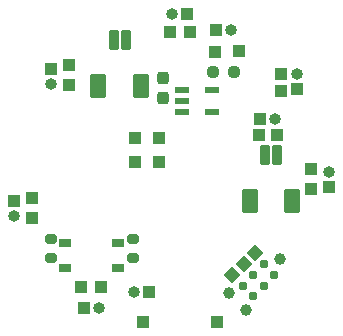
<source format=gbs>
G04 #@! TF.GenerationSoftware,KiCad,Pcbnew,8.0.6*
G04 #@! TF.CreationDate,2025-07-21T23:46:33+02:00*
G04 #@! TF.ProjectId,STM32,53544d33-322e-46b6-9963-61645f706362,rev?*
G04 #@! TF.SameCoordinates,Original*
G04 #@! TF.FileFunction,Soldermask,Bot*
G04 #@! TF.FilePolarity,Negative*
%FSLAX46Y46*%
G04 Gerber Fmt 4.6, Leading zero omitted, Abs format (unit mm)*
G04 Created by KiCad (PCBNEW 8.0.6) date 2025-07-21 23:46:33*
%MOMM*%
%LPD*%
G01*
G04 APERTURE LIST*
G04 Aperture macros list*
%AMRoundRect*
0 Rectangle with rounded corners*
0 $1 Rounding radius*
0 $2 $3 $4 $5 $6 $7 $8 $9 X,Y pos of 4 corners*
0 Add a 4 corners polygon primitive as box body*
4,1,4,$2,$3,$4,$5,$6,$7,$8,$9,$2,$3,0*
0 Add four circle primitives for the rounded corners*
1,1,$1+$1,$2,$3*
1,1,$1+$1,$4,$5*
1,1,$1+$1,$6,$7*
1,1,$1+$1,$8,$9*
0 Add four rect primitives between the rounded corners*
20,1,$1+$1,$2,$3,$4,$5,0*
20,1,$1+$1,$4,$5,$6,$7,0*
20,1,$1+$1,$6,$7,$8,$9,0*
20,1,$1+$1,$8,$9,$2,$3,0*%
%AMRotRect*
0 Rectangle, with rotation*
0 The origin of the aperture is its center*
0 $1 length*
0 $2 width*
0 $3 Rotation angle, in degrees counterclockwise*
0 Add horizontal line*
21,1,$1,$2,0,0,$3*%
G04 Aperture macros list end*
%ADD10R,1.000000X1.000000*%
%ADD11O,1.000000X1.000000*%
%ADD12RotRect,1.000000X1.000000X225.000000*%
%ADD13C,0.990600*%
%ADD14C,0.787400*%
%ADD15RoundRect,0.102000X0.300000X0.775000X-0.300000X0.775000X-0.300000X-0.775000X0.300000X-0.775000X0*%
%ADD16RoundRect,0.102000X0.600000X0.900000X-0.600000X0.900000X-0.600000X-0.900000X0.600000X-0.900000X0*%
%ADD17RoundRect,0.200000X-0.275000X0.200000X-0.275000X-0.200000X0.275000X-0.200000X0.275000X0.200000X0*%
%ADD18RoundRect,0.237500X0.237500X-0.300000X0.237500X0.300000X-0.237500X0.300000X-0.237500X-0.300000X0*%
%ADD19RoundRect,0.200000X0.275000X-0.200000X0.275000X0.200000X-0.275000X0.200000X-0.275000X-0.200000X0*%
%ADD20R,1.250000X0.500000*%
%ADD21R,0.990600X0.711200*%
%ADD22RoundRect,0.237500X-0.250000X-0.237500X0.250000X-0.237500X0.250000X0.237500X-0.250000X0.237500X0*%
G04 APERTURE END LIST*
D10*
X134290000Y-97525000D03*
D11*
X135560001Y-97525000D03*
D10*
X131490000Y-77277500D03*
D11*
X131490000Y-78547500D03*
D10*
X152304998Y-78975001D03*
D11*
X152304998Y-77705000D03*
D10*
X155014999Y-87304999D03*
D11*
X155014999Y-86034998D03*
D10*
X139800001Y-96140001D03*
D11*
X138530000Y-96140001D03*
D10*
X143024997Y-72630000D03*
D11*
X141754996Y-72630000D03*
D10*
X149215001Y-81490000D03*
D11*
X150485002Y-81490000D03*
D10*
X128380000Y-88470000D03*
D11*
X128380000Y-89740000D03*
D10*
X133055000Y-76947500D03*
D12*
X147830000Y-93790000D03*
D10*
X129920000Y-88190000D03*
X145434999Y-73969999D03*
D11*
X146705000Y-73969999D03*
D10*
X145425000Y-75800000D03*
X153540000Y-85730000D03*
X145530000Y-98660000D03*
D12*
X146840000Y-94760000D03*
D10*
X138640000Y-83090000D03*
X149100000Y-82840000D03*
X153550000Y-87400000D03*
X150610000Y-82850000D03*
X140660000Y-85120000D03*
X141590000Y-74140000D03*
D13*
X150873094Y-93374935D03*
X147999407Y-97685459D03*
X146562566Y-96248618D03*
D14*
X150424074Y-94721973D03*
X149526052Y-93823949D03*
X149526051Y-95620000D03*
X148628025Y-94721974D03*
X148628024Y-96518025D03*
X147730002Y-95620001D03*
D15*
X150650000Y-84575000D03*
X149650000Y-84575000D03*
D16*
X151950000Y-88450000D03*
X148350000Y-88450000D03*
D10*
X140660000Y-83090000D03*
X150990000Y-77710000D03*
D12*
X148800000Y-92840000D03*
D10*
X138640000Y-85140000D03*
D17*
X138475000Y-91665000D03*
X138475000Y-93315000D03*
D10*
X143270000Y-74130000D03*
D18*
X140950000Y-79737500D03*
X140950000Y-78012500D03*
D19*
X131475000Y-93300000D03*
X131475000Y-91650000D03*
D20*
X142600002Y-80924998D03*
X142600000Y-79975000D03*
X142599998Y-79024998D03*
X145099998Y-79025002D03*
X145100002Y-80925002D03*
D15*
X137825000Y-74850000D03*
X136825000Y-74850000D03*
D16*
X139125000Y-78725000D03*
X135525000Y-78725000D03*
D10*
X129930000Y-89910000D03*
X133055000Y-78597500D03*
X134050000Y-95780000D03*
X135700000Y-95780000D03*
X150980000Y-79140000D03*
D21*
X132719996Y-94129998D03*
X137219999Y-94129998D03*
X132719997Y-91980000D03*
X137220000Y-91980000D03*
D22*
X145212500Y-77550000D03*
X147037500Y-77550000D03*
D10*
X139270000Y-98710000D03*
X147450000Y-75775000D03*
M02*

</source>
